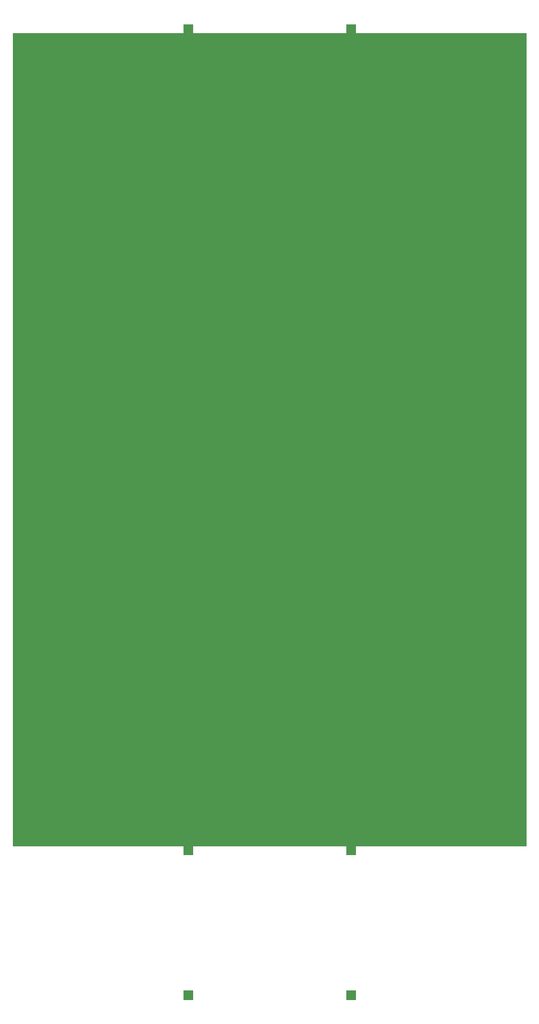
<source format=gbr>
%TF.GenerationSoftware,KiCad,Pcbnew,(5.1.6)-1*%
%TF.CreationDate,2020-10-22T21:59:58+01:00*%
%TF.ProjectId,Side 1,53696465-2031-42e6-9b69-6361645f7063,rev?*%
%TF.SameCoordinates,Original*%
%TF.FileFunction,Soldermask,Bot*%
%TF.FilePolarity,Negative*%
%FSLAX46Y46*%
G04 Gerber Fmt 4.6, Leading zero omitted, Abs format (unit mm)*
G04 Created by KiCad (PCBNEW (5.1.6)-1) date 2020-10-22 21:59:58*
%MOMM*%
%LPD*%
G01*
G04 APERTURE LIST*
%ADD10C,0.010000*%
G04 APERTURE END LIST*
D10*
%TO.C,G\u002A\u002A\u002A*%
G36*
X95820666Y-221235500D02*
G01*
X94169666Y-221235500D01*
X94169666Y-219563333D01*
X95820666Y-219563333D01*
X95820666Y-221235500D01*
G37*
X95820666Y-221235500D02*
X94169666Y-221235500D01*
X94169666Y-219563333D01*
X95820666Y-219563333D01*
X95820666Y-221235500D01*
G36*
X125771500Y-221235500D02*
G01*
X124120500Y-221235500D01*
X124120500Y-219563333D01*
X125771500Y-219563333D01*
X125771500Y-221235500D01*
G37*
X125771500Y-221235500D02*
X124120500Y-221235500D01*
X124120500Y-219563333D01*
X125771500Y-219563333D01*
X125771500Y-221235500D01*
G36*
X95820666Y-43456667D02*
G01*
X124120500Y-43456667D01*
X124120500Y-41805667D01*
X125771500Y-41805667D01*
X125771500Y-43456667D01*
X157225166Y-43456667D01*
X157225166Y-192935667D01*
X125771500Y-192935667D01*
X125771500Y-194586667D01*
X124120500Y-194586667D01*
X124120500Y-192935667D01*
X95820666Y-192935667D01*
X95820666Y-194586667D01*
X94169666Y-194586667D01*
X94169666Y-192935667D01*
X62715994Y-192935667D01*
X62721288Y-118201458D01*
X62726583Y-43467250D01*
X78448125Y-43461944D01*
X94169666Y-43456638D01*
X94169666Y-41805667D01*
X95820666Y-41805667D01*
X95820666Y-43456667D01*
G37*
X95820666Y-43456667D02*
X124120500Y-43456667D01*
X124120500Y-41805667D01*
X125771500Y-41805667D01*
X125771500Y-43456667D01*
X157225166Y-43456667D01*
X157225166Y-192935667D01*
X125771500Y-192935667D01*
X125771500Y-194586667D01*
X124120500Y-194586667D01*
X124120500Y-192935667D01*
X95820666Y-192935667D01*
X95820666Y-194586667D01*
X94169666Y-194586667D01*
X94169666Y-192935667D01*
X62715994Y-192935667D01*
X62721288Y-118201458D01*
X62726583Y-43467250D01*
X78448125Y-43461944D01*
X94169666Y-43456638D01*
X94169666Y-41805667D01*
X95820666Y-41805667D01*
X95820666Y-43456667D01*
%TD*%
M02*

</source>
